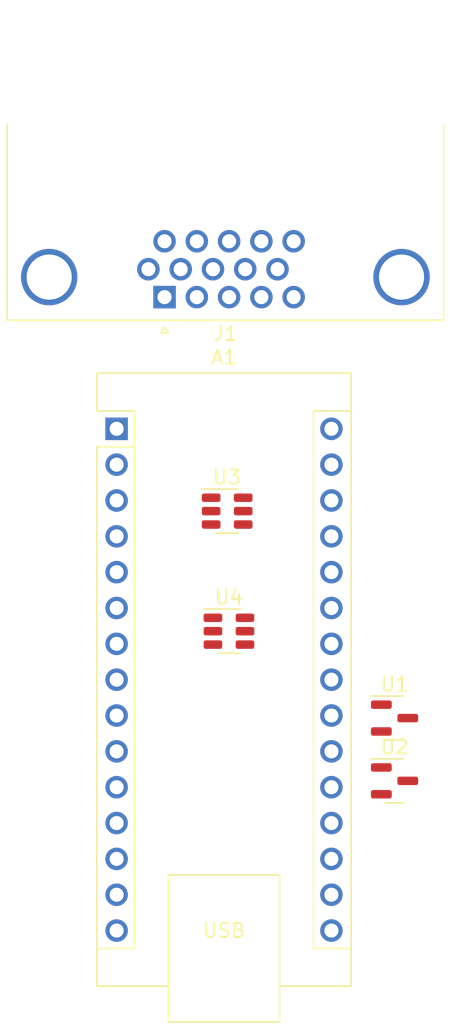
<source format=kicad_pcb>
(kicad_pcb (version 20221018) (generator pcbnew)
  (layers (0 "F.Cu" signal) (31 "B.Cu" signal) (34 "B.Paste" user) (35 "F.Paste" user) (36 "B.SilkS" user "B.Silkscreen") (37 "F.SilkS" user "F.Silkscreen") (38 "B.Mask" user) (39 "F.Mask" user) (44 "Edge.Cuts" user))
  (net 0 "")
  (footprint "Package_TO_SOT_SMD:SOT-23-6" (layer "F.Cu") (at 142.875 83.947)
    (fp_text reference "U3" (at 0 -2.4) (layer "F.SilkS"))
    (fp_text value "MCP4725xxx-xCH")
    (fp_line (start 0 -1.56) (end -1.8 -1.56) (stroke (width 0.12)) (layer "F.SilkS"))
    (fp_line (start 0 -1.56) (end 0.8 -1.56) (stroke (width 0.12)) (layer "F.SilkS"))
    (fp_line (start 0 1.56) (end -0.8 1.56) (stroke (width 0.12)) (layer "F.SilkS"))
    (fp_line (start 0 1.56) (end 0.8 1.56) (stroke (width 0.12)) (layer "F.SilkS"))
    (pad "1" smd roundrect (at -1.1375 -0.95) (size 1.325 0.6) (layers "F.Cu" "F.Paste" "F.Mask"))
    (pad "2" smd roundrect (at -1.1375 0) (size 1.325 0.6) (layers "F.Cu" "F.Paste" "F.Mask"))
    (pad "3" smd roundrect (at -1.1375 0.95) (size 1.325 0.6) (layers "F.Cu" "F.Paste" "F.Mask"))
    (pad "4" smd roundrect (at 1.1375 0.95) (size 1.325 0.6) (layers "F.Cu" "F.Paste" "F.Mask"))
    (pad "5" smd roundrect (at 1.1375 0) (size 1.325 0.6) (layers "F.Cu" "F.Paste" "F.Mask"))
    (pad "6" smd roundrect (at 1.1375 -0.95) (size 1.325 0.6) (layers "F.Cu" "F.Paste" "F.Mask"))
  )
  (footprint "Module:Arduino_Nano" (layer "F.Cu") (at 135.0315 78.113)
    (fp_text reference "A1" (at 7.62 -5.08) (layer "F.SilkS"))
    (fp_text value "Arduino_Nano_v3.x")
    (fp_text user "USB" (at 7.62 35.56 unlocked) (layer "F.SilkS"))
    (fp_line (start -1.4 -3.94) (end -1.4 -1.27) (stroke (width 0.12)) (layer "F.SilkS"))
    (fp_line (start -1.4 1.27) (end -1.4 39.5) (stroke (width 0.12)) (layer "F.SilkS"))
    (fp_line (start -1.4 39.5) (end 3.68 39.5) (stroke (width 0.12)) (layer "F.SilkS"))
    (fp_line (start 1.27 -1.27) (end -1.4 -1.27) (stroke (width 0.12)) (layer "F.SilkS"))
    (fp_line (start 1.27 1.27) (end -1.4 1.27) (stroke (width 0.12)) (layer "F.SilkS"))
    (fp_line (start 1.27 1.27) (end 1.27 -1.27) (stroke (width 0.12)) (layer "F.SilkS"))
    (fp_line (start 1.27 1.27) (end 1.27 36.83) (stroke (width 0.12)) (layer "F.SilkS"))
    (fp_line (start 1.27 36.83) (end -1.4 36.83) (stroke (width 0.12)) (layer "F.SilkS"))
    (fp_line (start 3.68 31.62) (end 11.56 31.62) (stroke (width 0.12)) (layer "F.SilkS"))
    (fp_line (start 3.68 42.04) (end 3.68 31.62) (stroke (width 0.12)) (layer "F.SilkS"))
    (fp_line (start 11.56 31.62) (end 11.56 42.04) (stroke (width 0.12)) (layer "F.SilkS"))
    (fp_line (start 11.56 42.04) (end 3.68 42.04) (stroke (width 0.12)) (layer "F.SilkS"))
    (fp_line (start 13.97 -1.27) (end 13.97 36.83) (stroke (width 0.12)) (layer "F.SilkS"))
    (fp_line (start 13.97 -1.27) (end 16.64 -1.27) (stroke (width 0.12)) (layer "F.SilkS"))
    (fp_line (start 13.97 36.83) (end 16.64 36.83) (stroke (width 0.12)) (layer "F.SilkS"))
    (fp_line (start 16.64 -3.94) (end -1.4 -3.94) (stroke (width 0.12)) (layer "F.SilkS"))
    (fp_line (start 16.64 39.5) (end 11.56 39.5) (stroke (width 0.12)) (layer "F.SilkS"))
    (fp_line (start 16.64 39.5) (end 16.64 -3.94) (stroke (width 0.12)) (layer "F.SilkS"))
    (pad "1" thru_hole rect (at 0 0) (size 1.6 1.6) (drill 1) (layers "*.Cu" "*.Mask"))
    (pad "2" thru_hole oval (at 0 2.54) (size 1.6 1.6) (drill 1) (layers "*.Cu" "*.Mask"))
    (pad "3" thru_hole oval (at 0 5.08) (size 1.6 1.6) (drill 1) (layers "*.Cu" "*.Mask"))
    (pad "4" thru_hole oval (at 0 7.62) (size 1.6 1.6) (drill 1) (layers "*.Cu" "*.Mask"))
    (pad "5" thru_hole oval (at 0 10.16) (size 1.6 1.6) (drill 1) (layers "*.Cu" "*.Mask"))
    (pad "6" thru_hole oval (at 0 12.7) (size 1.6 1.6) (drill 1) (layers "*.Cu" "*.Mask"))
    (pad "7" thru_hole oval (at 0 15.24) (size 1.6 1.6) (drill 1) (layers "*.Cu" "*.Mask"))
    (pad "8" thru_hole oval (at 0 17.78) (size 1.6 1.6) (drill 1) (layers "*.Cu" "*.Mask"))
    (pad "9" thru_hole oval (at 0 20.32) (size 1.6 1.6) (drill 1) (layers "*.Cu" "*.Mask"))
    (pad "10" thru_hole oval (at 0 22.86) (size 1.6 1.6) (drill 1) (layers "*.Cu" "*.Mask"))
    (pad "11" thru_hole oval (at 0 25.4) (size 1.6 1.6) (drill 1) (layers "*.Cu" "*.Mask"))
    (pad "12" thru_hole oval (at 0 27.94) (size 1.6 1.6) (drill 1) (layers "*.Cu" "*.Mask"))
    (pad "13" thru_hole oval (at 0 30.48) (size 1.6 1.6) (drill 1) (layers "*.Cu" "*.Mask"))
    (pad "14" thru_hole oval (at 0 33.02) (size 1.6 1.6) (drill 1) (layers "*.Cu" "*.Mask"))
    (pad "15" thru_hole oval (at 0 35.56) (size 1.6 1.6) (drill 1) (layers "*.Cu" "*.Mask"))
    (pad "16" thru_hole oval (at 15.24 35.56) (size 1.6 1.6) (drill 1) (layers "*.Cu" "*.Mask"))
    (pad "17" thru_hole oval (at 15.24 33.02) (size 1.6 1.6) (drill 1) (layers "*.Cu" "*.Mask"))
    (pad "18" thru_hole oval (at 15.24 30.48) (size 1.6 1.6) (drill 1) (layers "*.Cu" "*.Mask"))
    (pad "19" thru_hole oval (at 15.24 27.94) (size 1.6 1.6) (drill 1) (layers "*.Cu" "*.Mask"))
    (pad "20" thru_hole oval (at 15.24 25.4) (size 1.6 1.6) (drill 1) (layers "*.Cu" "*.Mask"))
    (pad "21" thru_hole oval (at 15.24 22.86) (size 1.6 1.6) (drill 1) (layers "*.Cu" "*.Mask"))
    (pad "22" thru_hole oval (at 15.24 20.32) (size 1.6 1.6) (drill 1) (layers "*.Cu" "*.Mask"))
    (pad "23" thru_hole oval (at 15.24 17.78) (size 1.6 1.6) (drill 1) (layers "*.Cu" "*.Mask"))
    (pad "24" thru_hole oval (at 15.24 15.24) (size 1.6 1.6) (drill 1) (layers "*.Cu" "*.Mask"))
    (pad "25" thru_hole oval (at 15.24 12.7) (size 1.6 1.6) (drill 1) (layers "*.Cu" "*.Mask"))
    (pad "26" thru_hole oval (at 15.24 10.16) (size 1.6 1.6) (drill 1) (layers "*.Cu" "*.Mask"))
    (pad "27" thru_hole oval (at 15.24 7.62) (size 1.6 1.6) (drill 1) (layers "*.Cu" "*.Mask"))
    (pad "28" thru_hole oval (at 15.24 5.08) (size 1.6 1.6) (drill 1) (layers "*.Cu" "*.Mask"))
    (pad "29" thru_hole oval (at 15.24 2.54) (size 1.6 1.6) (drill 1) (layers "*.Cu" "*.Mask"))
    (pad "30" thru_hole oval (at 15.24 0) (size 1.6 1.6) (drill 1) (layers "*.Cu" "*.Mask"))
  )
  (footprint "Package_TO_SOT_SMD:SOT-23" (layer "F.Cu") (at 154.7515 103.063)
    (fp_text reference "U2" (at 0 -2.4) (layer "F.SilkS"))
    (fp_text value "MAX6102")
    (fp_line (start 0 -1.56) (end -1.675 -1.56) (stroke (width 0.12)) (layer "F.SilkS"))
    (fp_line (start 0 -1.56) (end 0.65 -1.56) (stroke (width 0.12)) (layer "F.SilkS"))
    (fp_line (start 0 1.56) (end -0.65 1.56) (stroke (width 0.12)) (layer "F.SilkS"))
    (fp_line (start 0 1.56) (end 0.65 1.56) (stroke (width 0.12)) (layer "F.SilkS"))
    (pad "1" smd roundrect (at -0.9375 -0.95) (size 1.475 0.6) (layers "F.Cu" "F.Paste" "F.Mask"))
    (pad "2" smd roundrect (at -0.9375 0.95) (size 1.475 0.6) (layers "F.Cu" "F.Paste" "F.Mask"))
    (pad "3" smd roundrect (at 0.9375 0) (size 1.475 0.6) (layers "F.Cu" "F.Paste" "F.Mask"))
  )
  (footprint "Package_TO_SOT_SMD:SOT-23-6" (layer "F.Cu") (at 143.002 92.456)
    (fp_text reference "U4" (at 0 -2.4) (layer "F.SilkS"))
    (fp_text value "MCP4725xxx-xCH")
    (fp_line (start 0 -1.56) (end -1.8 -1.56) (stroke (width 0.12)) (layer "F.SilkS"))
    (fp_line (start 0 -1.56) (end 0.8 -1.56) (stroke (width 0.12)) (layer "F.SilkS"))
    (fp_line (start 0 1.56) (end -0.8 1.56) (stroke (width 0.12)) (layer "F.SilkS"))
    (fp_line (start 0 1.56) (end 0.8 1.56) (stroke (width 0.12)) (layer "F.SilkS"))
    (pad "1" smd roundrect (at -1.1375 -0.95) (size 1.325 0.6) (layers "F.Cu" "F.Paste" "F.Mask"))
    (pad "2" smd roundrect (at -1.1375 0) (size 1.325 0.6) (layers "F.Cu" "F.Paste" "F.Mask"))
    (pad "3" smd roundrect (at -1.1375 0.95) (size 1.325 0.6) (layers "F.Cu" "F.Paste" "F.Mask"))
    (pad "4" smd roundrect (at 1.1375 0.95) (size 1.325 0.6) (layers "F.Cu" "F.Paste" "F.Mask"))
    (pad "5" smd roundrect (at 1.1375 0) (size 1.325 0.6) (layers "F.Cu" "F.Paste" "F.Mask"))
    (pad "6" smd roundrect (at 1.1375 -0.95) (size 1.325 0.6) (layers "F.Cu" "F.Paste" "F.Mask"))
  )
  (footprint "Package_TO_SOT_SMD:SOT-23" (layer "F.Cu") (at 154.7515 98.613)
    (fp_text reference "U1" (at 0 -2.4) (layer "F.SilkS"))
    (fp_text value "MAX6102")
    (fp_line (start 0 -1.56) (end -1.675 -1.56) (stroke (width 0.12)) (layer "F.SilkS"))
    (fp_line (start 0 -1.56) (end 0.65 -1.56) (stroke (width 0.12)) (layer "F.SilkS"))
    (fp_line (start 0 1.56) (end -0.65 1.56) (stroke (width 0.12)) (layer "F.SilkS"))
    (fp_line (start 0 1.56) (end 0.65 1.56) (stroke (width 0.12)) (layer "F.SilkS"))
    (pad "1" smd roundrect (at -0.9375 -0.95) (size 1.475 0.6) (layers "F.Cu" "F.Paste" "F.Mask"))
    (pad "2" smd roundrect (at -0.9375 0.95) (size 1.475 0.6) (layers "F.Cu" "F.Paste" "F.Mask"))
    (pad "3" smd roundrect (at 0.9375 0) (size 1.475 0.6) (layers "F.Cu" "F.Paste" "F.Mask"))
  )
  (footprint "Connector_Dsub:DSUB-15-HD_Female_Horizontal_P2.29x1.98mm_EdgePinOffset8.35mm_Housed_MountingHolesOffset10.89mm" (layer "F.Cu") (at 138.432 68.782 180)
    (fp_text reference "J1" (at -4.315 -2.58) (layer "F.SilkS"))
    (fp_text value "DA15_Receptacle_MountingHoles")
    (fp_line (start -19.8 -1.64) (end 11.17 -1.64) (stroke (width 0.12)) (layer "F.SilkS"))
    (fp_line (start -19.8 12.25) (end -19.8 -1.64) (stroke (width 0.12)) (layer "F.SilkS"))
    (fp_line (start -0.25 -2.534338) (end 0.25 -2.534338) (stroke (width 0.12)) (layer "F.SilkS"))
    (fp_line (start 0 -2.101325) (end -0.25 -2.534338) (stroke (width 0.12)) (layer "F.SilkS"))
    (fp_line (start 0.25 -2.534338) (end 0 -2.101325) (stroke (width 0.12)) (layer "F.SilkS"))
    (fp_line (start 11.17 -1.64) (end 11.17 12.25) (stroke (width 0.12)) (layer "F.SilkS"))
    (pad "0" thru_hole circle (at -16.815 1.42 180) (size 4 4) (drill 3.2) (layers "*.Cu" "*.Mask"))
    (pad "0" thru_hole circle (at 8.185 1.42 180) (size 4 4) (drill 3.2) (layers "*.Cu" "*.Mask"))
    (pad "1" thru_hole rect (at 0 0 180) (size 1.6 1.6) (drill 1) (layers "*.Cu" "*.Mask"))
    (pad "2" thru_hole circle (at -2.29 0 180) (size 1.6 1.6) (drill 1) (layers "*.Cu" "*.Mask"))
    (pad "3" thru_hole circle (at -4.58 0 180) (size 1.6 1.6) (drill 1) (layers "*.Cu" "*.Mask"))
    (pad "4" thru_hole circle (at -6.87 0 180) (size 1.6 1.6) (drill 1) (layers "*.Cu" "*.Mask"))
    (pad "5" thru_hole circle (at -9.16 0 180) (size 1.6 1.6) (drill 1) (layers "*.Cu" "*.Mask"))
    (pad "6" thru_hole circle (at 1.145 1.98 180) (size 1.6 1.6) (drill 1) (layers "*.Cu" "*.Mask"))
    (pad "7" thru_hole circle (at -1.145 1.98 180) (size 1.6 1.6) (drill 1) (layers "*.Cu" "*.Mask"))
    (pad "8" thru_hole circle (at -3.435 1.98 180) (size 1.6 1.6) (drill 1) (layers "*.Cu" "*.Mask"))
    (pad "9" thru_hole circle (at -5.725 1.98 180) (size 1.6 1.6) (drill 1) (layers "*.Cu" "*.Mask"))
    (pad "10" thru_hole circle (at -8.015 1.98 180) (size 1.6 1.6) (drill 1) (layers "*.Cu" "*.Mask"))
    (pad "11" thru_hole circle (at 0 3.96 180) (size 1.6 1.6) (drill 1) (layers "*.Cu" "*.Mask"))
    (pad "12" thru_hole circle (at -2.29 3.96 180) (size 1.6 1.6) (drill 1) (layers "*.Cu" "*.Mask"))
    (pad "13" thru_hole circle (at -4.58 3.96 180) (size 1.6 1.6) (drill 1) (layers "*.Cu" "*.Mask"))
    (pad "14" thru_hole circle (at -6.87 3.96 180) (size 1.6 1.6) (drill 1) (layers "*.Cu" "*.Mask"))
    (pad "15" thru_hole circle (at -9.16 3.96 180) (size 1.6 1.6) (drill 1) (layers "*.Cu" "*.Mask"))
  )
)
</source>
